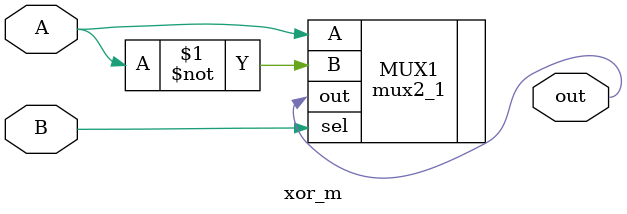
<source format=v>
`include "../MUX2_1/mux2_1.v"

module xor_m(output out,input A,B);

mux2_1 MUX1 (.out(out),.A(A),.B(~A),.sel(B));


endmodule
</source>
